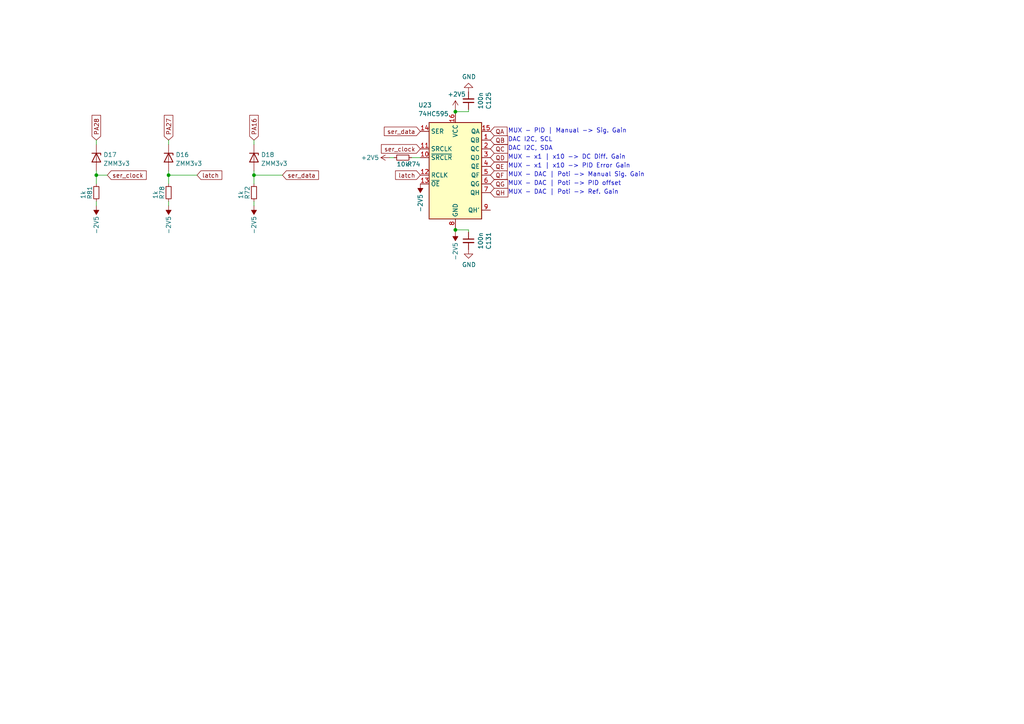
<source format=kicad_sch>
(kicad_sch (version 20211123) (generator eeschema)

  (uuid 084ea1a5-79b3-4eeb-b6b8-ebf85b951802)

  (paper "A4")

  (lib_symbols
    (symbol "74xx:74HC595" (in_bom yes) (on_board yes)
      (property "Reference" "U" (id 0) (at -7.62 13.97 0)
        (effects (font (size 1.27 1.27)))
      )
      (property "Value" "74HC595" (id 1) (at -7.62 -16.51 0)
        (effects (font (size 1.27 1.27)))
      )
      (property "Footprint" "" (id 2) (at 0 0 0)
        (effects (font (size 1.27 1.27)) hide)
      )
      (property "Datasheet" "http://www.ti.com/lit/ds/symlink/sn74hc595.pdf" (id 3) (at 0 0 0)
        (effects (font (size 1.27 1.27)) hide)
      )
      (property "ki_keywords" "HCMOS SR 3State" (id 4) (at 0 0 0)
        (effects (font (size 1.27 1.27)) hide)
      )
      (property "ki_description" "8-bit serial in/out Shift Register 3-State Outputs" (id 5) (at 0 0 0)
        (effects (font (size 1.27 1.27)) hide)
      )
      (property "ki_fp_filters" "DIP*W7.62mm* SOIC*3.9x9.9mm*P1.27mm* TSSOP*4.4x5mm*P0.65mm* SOIC*5.3x10.2mm*P1.27mm* SOIC*7.5x10.3mm*P1.27mm*" (id 6) (at 0 0 0)
        (effects (font (size 1.27 1.27)) hide)
      )
      (symbol "74HC595_1_0"
        (pin tri_state line (at 10.16 7.62 180) (length 2.54)
          (name "QB" (effects (font (size 1.27 1.27))))
          (number "1" (effects (font (size 1.27 1.27))))
        )
        (pin input line (at -10.16 2.54 0) (length 2.54)
          (name "~{SRCLR}" (effects (font (size 1.27 1.27))))
          (number "10" (effects (font (size 1.27 1.27))))
        )
        (pin input line (at -10.16 5.08 0) (length 2.54)
          (name "SRCLK" (effects (font (size 1.27 1.27))))
          (number "11" (effects (font (size 1.27 1.27))))
        )
        (pin input line (at -10.16 -2.54 0) (length 2.54)
          (name "RCLK" (effects (font (size 1.27 1.27))))
          (number "12" (effects (font (size 1.27 1.27))))
        )
        (pin input line (at -10.16 -5.08 0) (length 2.54)
          (name "~{OE}" (effects (font (size 1.27 1.27))))
          (number "13" (effects (font (size 1.27 1.27))))
        )
        (pin input line (at -10.16 10.16 0) (length 2.54)
          (name "SER" (effects (font (size 1.27 1.27))))
          (number "14" (effects (font (size 1.27 1.27))))
        )
        (pin tri_state line (at 10.16 10.16 180) (length 2.54)
          (name "QA" (effects (font (size 1.27 1.27))))
          (number "15" (effects (font (size 1.27 1.27))))
        )
        (pin power_in line (at 0 15.24 270) (length 2.54)
          (name "VCC" (effects (font (size 1.27 1.27))))
          (number "16" (effects (font (size 1.27 1.27))))
        )
        (pin tri_state line (at 10.16 5.08 180) (length 2.54)
          (name "QC" (effects (font (size 1.27 1.27))))
          (number "2" (effects (font (size 1.27 1.27))))
        )
        (pin tri_state line (at 10.16 2.54 180) (length 2.54)
          (name "QD" (effects (font (size 1.27 1.27))))
          (number "3" (effects (font (size 1.27 1.27))))
        )
        (pin tri_state line (at 10.16 0 180) (length 2.54)
          (name "QE" (effects (font (size 1.27 1.27))))
          (number "4" (effects (font (size 1.27 1.27))))
        )
        (pin tri_state line (at 10.16 -2.54 180) (length 2.54)
          (name "QF" (effects (font (size 1.27 1.27))))
          (number "5" (effects (font (size 1.27 1.27))))
        )
        (pin tri_state line (at 10.16 -5.08 180) (length 2.54)
          (name "QG" (effects (font (size 1.27 1.27))))
          (number "6" (effects (font (size 1.27 1.27))))
        )
        (pin tri_state line (at 10.16 -7.62 180) (length 2.54)
          (name "QH" (effects (font (size 1.27 1.27))))
          (number "7" (effects (font (size 1.27 1.27))))
        )
        (pin power_in line (at 0 -17.78 90) (length 2.54)
          (name "GND" (effects (font (size 1.27 1.27))))
          (number "8" (effects (font (size 1.27 1.27))))
        )
        (pin output line (at 10.16 -12.7 180) (length 2.54)
          (name "QH'" (effects (font (size 1.27 1.27))))
          (number "9" (effects (font (size 1.27 1.27))))
        )
      )
      (symbol "74HC595_1_1"
        (rectangle (start -7.62 12.7) (end 7.62 -15.24)
          (stroke (width 0.254) (type default) (color 0 0 0 0))
          (fill (type background))
        )
      )
    )
    (symbol "Device:C_Small" (pin_numbers hide) (pin_names (offset 0.254) hide) (in_bom yes) (on_board yes)
      (property "Reference" "C" (id 0) (at 0.254 1.778 0)
        (effects (font (size 1.27 1.27)) (justify left))
      )
      (property "Value" "C_Small" (id 1) (at 0.254 -2.032 0)
        (effects (font (size 1.27 1.27)) (justify left))
      )
      (property "Footprint" "" (id 2) (at 0 0 0)
        (effects (font (size 1.27 1.27)) hide)
      )
      (property "Datasheet" "~" (id 3) (at 0 0 0)
        (effects (font (size 1.27 1.27)) hide)
      )
      (property "ki_keywords" "capacitor cap" (id 4) (at 0 0 0)
        (effects (font (size 1.27 1.27)) hide)
      )
      (property "ki_description" "Unpolarized capacitor, small symbol" (id 5) (at 0 0 0)
        (effects (font (size 1.27 1.27)) hide)
      )
      (property "ki_fp_filters" "C_*" (id 6) (at 0 0 0)
        (effects (font (size 1.27 1.27)) hide)
      )
      (symbol "C_Small_0_1"
        (polyline
          (pts
            (xy -1.524 -0.508)
            (xy 1.524 -0.508)
          )
          (stroke (width 0.3302) (type default) (color 0 0 0 0))
          (fill (type none))
        )
        (polyline
          (pts
            (xy -1.524 0.508)
            (xy 1.524 0.508)
          )
          (stroke (width 0.3048) (type default) (color 0 0 0 0))
          (fill (type none))
        )
      )
      (symbol "C_Small_1_1"
        (pin passive line (at 0 2.54 270) (length 2.032)
          (name "~" (effects (font (size 1.27 1.27))))
          (number "1" (effects (font (size 1.27 1.27))))
        )
        (pin passive line (at 0 -2.54 90) (length 2.032)
          (name "~" (effects (font (size 1.27 1.27))))
          (number "2" (effects (font (size 1.27 1.27))))
        )
      )
    )
    (symbol "Device:R_Small" (pin_numbers hide) (pin_names (offset 0.254) hide) (in_bom yes) (on_board yes)
      (property "Reference" "R" (id 0) (at 0.762 0.508 0)
        (effects (font (size 1.27 1.27)) (justify left))
      )
      (property "Value" "R_Small" (id 1) (at 0.762 -1.016 0)
        (effects (font (size 1.27 1.27)) (justify left))
      )
      (property "Footprint" "" (id 2) (at 0 0 0)
        (effects (font (size 1.27 1.27)) hide)
      )
      (property "Datasheet" "~" (id 3) (at 0 0 0)
        (effects (font (size 1.27 1.27)) hide)
      )
      (property "ki_keywords" "R resistor" (id 4) (at 0 0 0)
        (effects (font (size 1.27 1.27)) hide)
      )
      (property "ki_description" "Resistor, small symbol" (id 5) (at 0 0 0)
        (effects (font (size 1.27 1.27)) hide)
      )
      (property "ki_fp_filters" "R_*" (id 6) (at 0 0 0)
        (effects (font (size 1.27 1.27)) hide)
      )
      (symbol "R_Small_0_1"
        (rectangle (start -0.762 1.778) (end 0.762 -1.778)
          (stroke (width 0.2032) (type default) (color 0 0 0 0))
          (fill (type none))
        )
      )
      (symbol "R_Small_1_1"
        (pin passive line (at 0 2.54 270) (length 0.762)
          (name "~" (effects (font (size 1.27 1.27))))
          (number "1" (effects (font (size 1.27 1.27))))
        )
        (pin passive line (at 0 -2.54 90) (length 0.762)
          (name "~" (effects (font (size 1.27 1.27))))
          (number "2" (effects (font (size 1.27 1.27))))
        )
      )
    )
    (symbol "Diode:ZMMxx" (pin_numbers hide) (pin_names hide) (in_bom yes) (on_board yes)
      (property "Reference" "D" (id 0) (at 0 2.54 0)
        (effects (font (size 1.27 1.27)))
      )
      (property "Value" "ZMMxx" (id 1) (at 0 -2.54 0)
        (effects (font (size 1.27 1.27)))
      )
      (property "Footprint" "Diode_SMD:D_MiniMELF" (id 2) (at 0 -4.445 0)
        (effects (font (size 1.27 1.27)) hide)
      )
      (property "Datasheet" "https://diotec.com/tl_files/diotec/files/pdf/datasheets/zmm1.pdf" (id 3) (at 0 0 0)
        (effects (font (size 1.27 1.27)) hide)
      )
      (property "ki_keywords" "zener diode" (id 4) (at 0 0 0)
        (effects (font (size 1.27 1.27)) hide)
      )
      (property "ki_description" "500mW Zener Diode, MiniMELF" (id 5) (at 0 0 0)
        (effects (font (size 1.27 1.27)) hide)
      )
      (property "ki_fp_filters" "D*MiniMELF*" (id 6) (at 0 0 0)
        (effects (font (size 1.27 1.27)) hide)
      )
      (symbol "ZMMxx_0_1"
        (polyline
          (pts
            (xy 1.27 0)
            (xy -1.27 0)
          )
          (stroke (width 0) (type default) (color 0 0 0 0))
          (fill (type none))
        )
        (polyline
          (pts
            (xy -1.27 -1.27)
            (xy -1.27 1.27)
            (xy -0.762 1.27)
          )
          (stroke (width 0.254) (type default) (color 0 0 0 0))
          (fill (type none))
        )
        (polyline
          (pts
            (xy 1.27 -1.27)
            (xy 1.27 1.27)
            (xy -1.27 0)
            (xy 1.27 -1.27)
          )
          (stroke (width 0.254) (type default) (color 0 0 0 0))
          (fill (type none))
        )
      )
      (symbol "ZMMxx_1_1"
        (pin passive line (at -3.81 0 0) (length 2.54)
          (name "K" (effects (font (size 1.27 1.27))))
          (number "1" (effects (font (size 1.27 1.27))))
        )
        (pin passive line (at 3.81 0 180) (length 2.54)
          (name "A" (effects (font (size 1.27 1.27))))
          (number "2" (effects (font (size 1.27 1.27))))
        )
      )
    )
    (symbol "power:+2V5" (power) (pin_names (offset 0)) (in_bom yes) (on_board yes)
      (property "Reference" "#PWR" (id 0) (at 0 -3.81 0)
        (effects (font (size 1.27 1.27)) hide)
      )
      (property "Value" "+2V5" (id 1) (at 0 3.556 0)
        (effects (font (size 1.27 1.27)))
      )
      (property "Footprint" "" (id 2) (at 0 0 0)
        (effects (font (size 1.27 1.27)) hide)
      )
      (property "Datasheet" "" (id 3) (at 0 0 0)
        (effects (font (size 1.27 1.27)) hide)
      )
      (property "ki_keywords" "power-flag" (id 4) (at 0 0 0)
        (effects (font (size 1.27 1.27)) hide)
      )
      (property "ki_description" "Power symbol creates a global label with name \"+2V5\"" (id 5) (at 0 0 0)
        (effects (font (size 1.27 1.27)) hide)
      )
      (symbol "+2V5_0_1"
        (polyline
          (pts
            (xy -0.762 1.27)
            (xy 0 2.54)
          )
          (stroke (width 0) (type default) (color 0 0 0 0))
          (fill (type none))
        )
        (polyline
          (pts
            (xy 0 0)
            (xy 0 2.54)
          )
          (stroke (width 0) (type default) (color 0 0 0 0))
          (fill (type none))
        )
        (polyline
          (pts
            (xy 0 2.54)
            (xy 0.762 1.27)
          )
          (stroke (width 0) (type default) (color 0 0 0 0))
          (fill (type none))
        )
      )
      (symbol "+2V5_1_1"
        (pin power_in line (at 0 0 90) (length 0) hide
          (name "+2V5" (effects (font (size 1.27 1.27))))
          (number "1" (effects (font (size 1.27 1.27))))
        )
      )
    )
    (symbol "power:-2V5" (power) (pin_names (offset 0)) (in_bom yes) (on_board yes)
      (property "Reference" "#PWR" (id 0) (at 0 2.54 0)
        (effects (font (size 1.27 1.27)) hide)
      )
      (property "Value" "-2V5" (id 1) (at 0 3.81 0)
        (effects (font (size 1.27 1.27)))
      )
      (property "Footprint" "" (id 2) (at 0 0 0)
        (effects (font (size 1.27 1.27)) hide)
      )
      (property "Datasheet" "" (id 3) (at 0 0 0)
        (effects (font (size 1.27 1.27)) hide)
      )
      (property "ki_keywords" "power-flag" (id 4) (at 0 0 0)
        (effects (font (size 1.27 1.27)) hide)
      )
      (property "ki_description" "Power symbol creates a global label with name \"-2V5\"" (id 5) (at 0 0 0)
        (effects (font (size 1.27 1.27)) hide)
      )
      (symbol "-2V5_0_0"
        (pin power_in line (at 0 0 90) (length 0) hide
          (name "-2V5" (effects (font (size 1.27 1.27))))
          (number "1" (effects (font (size 1.27 1.27))))
        )
      )
      (symbol "-2V5_0_1"
        (polyline
          (pts
            (xy 0 0)
            (xy 0 1.27)
            (xy 0.762 1.27)
            (xy 0 2.54)
            (xy -0.762 1.27)
            (xy 0 1.27)
          )
          (stroke (width 0) (type default) (color 0 0 0 0))
          (fill (type outline))
        )
      )
    )
    (symbol "power:GND" (power) (pin_names (offset 0)) (in_bom yes) (on_board yes)
      (property "Reference" "#PWR" (id 0) (at 0 -6.35 0)
        (effects (font (size 1.27 1.27)) hide)
      )
      (property "Value" "GND" (id 1) (at 0 -3.81 0)
        (effects (font (size 1.27 1.27)))
      )
      (property "Footprint" "" (id 2) (at 0 0 0)
        (effects (font (size 1.27 1.27)) hide)
      )
      (property "Datasheet" "" (id 3) (at 0 0 0)
        (effects (font (size 1.27 1.27)) hide)
      )
      (property "ki_keywords" "power-flag" (id 4) (at 0 0 0)
        (effects (font (size 1.27 1.27)) hide)
      )
      (property "ki_description" "Power symbol creates a global label with name \"GND\" , ground" (id 5) (at 0 0 0)
        (effects (font (size 1.27 1.27)) hide)
      )
      (symbol "GND_0_1"
        (polyline
          (pts
            (xy 0 0)
            (xy 0 -1.27)
            (xy 1.27 -1.27)
            (xy 0 -2.54)
            (xy -1.27 -1.27)
            (xy 0 -1.27)
          )
          (stroke (width 0) (type default) (color 0 0 0 0))
          (fill (type none))
        )
      )
      (symbol "GND_1_1"
        (pin power_in line (at 0 0 270) (length 0) hide
          (name "GND" (effects (font (size 1.27 1.27))))
          (number "1" (effects (font (size 1.27 1.27))))
        )
      )
    )
  )

  (junction (at 48.895 50.8) (diameter 0) (color 0 0 0 0)
    (uuid 5a4a3e92-7496-4abd-81ee-5da5f44d75a9)
  )
  (junction (at 132.08 32.385) (diameter 0) (color 0 0 0 0)
    (uuid 7fc4935a-d5fc-4f2d-a159-07d387cedf89)
  )
  (junction (at 73.66 50.8) (diameter 0) (color 0 0 0 0)
    (uuid 9c9e2624-e2a2-4a4a-af1a-fb4eb2bc16c2)
  )
  (junction (at 132.08 66.675) (diameter 0) (color 0 0 0 0)
    (uuid a3d18cbd-159a-4c04-855a-cc7e4ef4de89)
  )
  (junction (at 27.94 50.8) (diameter 0) (color 0 0 0 0)
    (uuid b7d292c3-af66-4df9-9a9a-08c4441e9f3c)
  )

  (wire (pts (xy 135.89 31.75) (xy 135.89 32.385))
    (stroke (width 0) (type default) (color 0 0 0 0))
    (uuid 00356029-58de-4543-9c49-22af4b0110e9)
  )
  (wire (pts (xy 132.08 32.385) (xy 132.08 33.02))
    (stroke (width 0) (type default) (color 0 0 0 0))
    (uuid 02e389aa-4d91-4a39-ba86-64ff56a7016e)
  )
  (wire (pts (xy 48.895 49.53) (xy 48.895 50.8))
    (stroke (width 0) (type default) (color 0 0 0 0))
    (uuid 24f0d4bc-b54b-4505-a264-8b70bd6b2bd8)
  )
  (wire (pts (xy 73.66 58.42) (xy 73.66 59.69))
    (stroke (width 0) (type default) (color 0 0 0 0))
    (uuid 3176f98b-ea55-4ffd-926b-045f39c262ed)
  )
  (wire (pts (xy 132.08 66.675) (xy 135.89 66.675))
    (stroke (width 0) (type default) (color 0 0 0 0))
    (uuid 38015029-1496-4391-a947-310871cae849)
  )
  (wire (pts (xy 132.08 66.04) (xy 132.08 66.675))
    (stroke (width 0) (type default) (color 0 0 0 0))
    (uuid 435b0a91-1fbd-42dc-a2e7-51eb189da86e)
  )
  (wire (pts (xy 132.08 31.75) (xy 132.08 32.385))
    (stroke (width 0) (type default) (color 0 0 0 0))
    (uuid 437e222c-b5f7-4f75-9379-17725766cc4e)
  )
  (wire (pts (xy 73.66 40.64) (xy 73.66 41.91))
    (stroke (width 0) (type default) (color 0 0 0 0))
    (uuid 479cc52e-091f-4863-aaa8-87232a037479)
  )
  (wire (pts (xy 48.895 58.42) (xy 48.895 59.69))
    (stroke (width 0) (type default) (color 0 0 0 0))
    (uuid 518b829a-4cfe-4012-9486-574b6c336f49)
  )
  (wire (pts (xy 48.895 50.8) (xy 57.15 50.8))
    (stroke (width 0) (type default) (color 0 0 0 0))
    (uuid 56fabfe1-fde6-4f0b-b178-5cb81593d27a)
  )
  (wire (pts (xy 73.66 50.8) (xy 73.66 53.34))
    (stroke (width 0) (type default) (color 0 0 0 0))
    (uuid 6787391a-9605-4ff6-9b9f-1780e1e409e8)
  )
  (wire (pts (xy 113.03 45.72) (xy 114.3 45.72))
    (stroke (width 0) (type default) (color 0 0 0 0))
    (uuid 67d67f56-57bb-4903-8f95-88a627342fb0)
  )
  (wire (pts (xy 27.94 50.8) (xy 27.94 53.34))
    (stroke (width 0) (type default) (color 0 0 0 0))
    (uuid 7323d059-736c-4ade-9f0a-9b271ee16888)
  )
  (wire (pts (xy 132.08 66.675) (xy 132.08 67.31))
    (stroke (width 0) (type default) (color 0 0 0 0))
    (uuid 74645f88-3f71-4450-ade7-7ada6dbab210)
  )
  (wire (pts (xy 135.89 67.31) (xy 135.89 66.675))
    (stroke (width 0) (type default) (color 0 0 0 0))
    (uuid 7a4aaf33-9c45-4523-820a-2efea5878744)
  )
  (wire (pts (xy 27.94 49.53) (xy 27.94 50.8))
    (stroke (width 0) (type default) (color 0 0 0 0))
    (uuid 7fc1e148-8d8b-4897-a394-88929d552c19)
  )
  (wire (pts (xy 73.66 50.8) (xy 81.915 50.8))
    (stroke (width 0) (type default) (color 0 0 0 0))
    (uuid 85e49388-e9ee-429a-9e88-0c6b9eea40e9)
  )
  (wire (pts (xy 119.38 45.72) (xy 121.92 45.72))
    (stroke (width 0) (type default) (color 0 0 0 0))
    (uuid 8617f16e-68f8-46fe-ac62-669c72606318)
  )
  (wire (pts (xy 27.94 50.8) (xy 31.115 50.8))
    (stroke (width 0) (type default) (color 0 0 0 0))
    (uuid 8db1117e-12c4-4f0c-ba13-70ccadefbfa6)
  )
  (wire (pts (xy 27.94 58.42) (xy 27.94 59.69))
    (stroke (width 0) (type default) (color 0 0 0 0))
    (uuid aea427b7-7806-4a5c-aafc-590750b1e512)
  )
  (wire (pts (xy 48.895 40.64) (xy 48.895 41.91))
    (stroke (width 0) (type default) (color 0 0 0 0))
    (uuid d011832a-bf28-4709-bbb2-88a4344da13f)
  )
  (wire (pts (xy 73.66 49.53) (xy 73.66 50.8))
    (stroke (width 0) (type default) (color 0 0 0 0))
    (uuid d246af45-48aa-42d1-aca4-df416b22052b)
  )
  (wire (pts (xy 48.895 50.8) (xy 48.895 53.34))
    (stroke (width 0) (type default) (color 0 0 0 0))
    (uuid da0a0d2e-6350-4f82-862b-6eca6e4c1986)
  )
  (wire (pts (xy 27.94 40.64) (xy 27.94 41.91))
    (stroke (width 0) (type default) (color 0 0 0 0))
    (uuid eea77fd4-6f1c-4810-9ca9-bfd59c952dea)
  )
  (wire (pts (xy 132.08 32.385) (xy 135.89 32.385))
    (stroke (width 0) (type default) (color 0 0 0 0))
    (uuid f533a94b-e965-4116-b3ec-d70371d09ee7)
  )

  (text "MUX - DAC | Poti -> Ref. Gain" (at 147.32 56.515 0)
    (effects (font (size 1.27 1.27)) (justify left bottom))
    (uuid 053aab49-5ca2-49fa-b2ae-4480278988a4)
  )
  (text "MUX - x1 | x10 -> DC Diff. Gain" (at 147.32 46.355 0)
    (effects (font (size 1.27 1.27)) (justify left bottom))
    (uuid 0e6bff31-a39b-4381-b864-f0920a023ec0)
  )
  (text "MUX - PID | Manual -> Sig. Gain" (at 147.32 38.735 0)
    (effects (font (size 1.27 1.27)) (justify left bottom))
    (uuid 4734b69d-fca6-47bb-9cee-3dab59c00fdf)
  )
  (text "MUX - DAC | Poti -> PID offset" (at 147.32 53.975 0)
    (effects (font (size 1.27 1.27)) (justify left bottom))
    (uuid 4cc865a8-cae3-4a1b-bd62-daa587119b71)
  )
  (text "MUX - x1 | x10 -> PID Error Gain\n" (at 147.32 48.895 0)
    (effects (font (size 1.27 1.27)) (justify left bottom))
    (uuid 73609106-d7d4-445a-b92a-4fa1508b0f87)
  )
  (text "DAC I2C, SCL" (at 147.32 41.275 0)
    (effects (font (size 1.27 1.27)) (justify left bottom))
    (uuid cf179de8-bf90-401b-9e1d-1729c199e3bb)
  )
  (text "DAC I2C, SDA" (at 147.32 43.815 0)
    (effects (font (size 1.27 1.27)) (justify left bottom))
    (uuid d171a9e7-9e0c-4286-9696-a8c3de32a094)
  )
  (text "MUX - DAC | Poti -> Manual Sig. Gain" (at 147.32 51.435 0)
    (effects (font (size 1.27 1.27)) (justify left bottom))
    (uuid e5fa58d0-188b-4a3b-aeb4-73f4739e36c0)
  )

  (global_label "QA" (shape input) (at 142.24 38.1 0) (fields_autoplaced)
    (effects (font (size 1.27 1.27)) (justify left))
    (uuid 07e449cc-8f01-4586-af96-38794c4c08f1)
    (property "Intersheet References" "${INTERSHEET_REFS}" (id 0) (at 146.9832 38.0206 0)
      (effects (font (size 1.27 1.27)) (justify left) hide)
    )
  )
  (global_label "QC" (shape input) (at 142.24 43.18 0) (fields_autoplaced)
    (effects (font (size 1.27 1.27)) (justify left))
    (uuid 18b0be47-3395-4078-aec5-62cac26de367)
    (property "Intersheet References" "${INTERSHEET_REFS}" (id 0) (at 147.1647 43.1006 0)
      (effects (font (size 1.27 1.27)) (justify left) hide)
    )
  )
  (global_label "PA16" (shape input) (at 73.66 40.64 90) (fields_autoplaced)
    (effects (font (size 1.27 1.27)) (justify left))
    (uuid 2ec2ddbb-2c26-4d88-afa6-c225c4dd515f)
    (property "Intersheet References" "${INTERSHEET_REFS}" (id 0) (at 73.5806 33.5382 90)
      (effects (font (size 1.27 1.27)) (justify left) hide)
    )
  )
  (global_label "ser_data" (shape input) (at 121.92 38.1 180) (fields_autoplaced)
    (effects (font (size 1.27 1.27)) (justify right))
    (uuid 3071f783-53d1-4979-bc92-5efc621d8794)
    (property "Intersheet References" "${INTERSHEET_REFS}" (id 0) (at 111.5525 38.1794 0)
      (effects (font (size 1.27 1.27)) (justify right) hide)
    )
  )
  (global_label "PA27" (shape input) (at 48.895 40.64 90) (fields_autoplaced)
    (effects (font (size 1.27 1.27)) (justify left))
    (uuid 38b8e1ea-4018-492b-ba9b-2d568ba9ff87)
    (property "Intersheet References" "${INTERSHEET_REFS}" (id 0) (at 48.8156 33.5382 90)
      (effects (font (size 1.27 1.27)) (justify left) hide)
    )
  )
  (global_label "ser_data" (shape input) (at 81.915 50.8 0) (fields_autoplaced)
    (effects (font (size 1.27 1.27)) (justify left))
    (uuid 392d5951-7879-45ae-9954-4fc14946d0e1)
    (property "Intersheet References" "${INTERSHEET_REFS}" (id 0) (at 92.2825 50.7206 0)
      (effects (font (size 1.27 1.27)) (justify left) hide)
    )
  )
  (global_label "ser_clock" (shape input) (at 121.92 43.18 180) (fields_autoplaced)
    (effects (font (size 1.27 1.27)) (justify right))
    (uuid 71b9925e-8fbc-4c26-9039-a7b393d08bbf)
    (property "Intersheet References" "${INTERSHEET_REFS}" (id 0) (at 110.7058 43.1006 0)
      (effects (font (size 1.27 1.27)) (justify right) hide)
    )
  )
  (global_label "QG" (shape input) (at 142.24 53.34 0) (fields_autoplaced)
    (effects (font (size 1.27 1.27)) (justify left))
    (uuid 7badc59b-297c-4180-b5c3-11944ca24978)
    (property "Intersheet References" "${INTERSHEET_REFS}" (id 0) (at 147.1647 53.2606 0)
      (effects (font (size 1.27 1.27)) (justify left) hide)
    )
  )
  (global_label "latch" (shape input) (at 57.15 50.8 0) (fields_autoplaced)
    (effects (font (size 1.27 1.27)) (justify left))
    (uuid 8fc031f9-5ca7-4b04-87f0-d0d6ab8f3715)
    (property "Intersheet References" "${INTERSHEET_REFS}" (id 0) (at 64.2518 50.7206 0)
      (effects (font (size 1.27 1.27)) (justify left) hide)
    )
  )
  (global_label "QF" (shape input) (at 142.24 50.8 0) (fields_autoplaced)
    (effects (font (size 1.27 1.27)) (justify left))
    (uuid 91100738-70d5-4ea8-8a49-cc0756537aa4)
    (property "Intersheet References" "${INTERSHEET_REFS}" (id 0) (at 146.9832 50.7206 0)
      (effects (font (size 1.27 1.27)) (justify left) hide)
    )
  )
  (global_label "ser_clock" (shape input) (at 31.115 50.8 0) (fields_autoplaced)
    (effects (font (size 1.27 1.27)) (justify left))
    (uuid 9fc6bc43-8125-4cbb-9a85-33d8e87fe651)
    (property "Intersheet References" "${INTERSHEET_REFS}" (id 0) (at 42.3292 50.8794 0)
      (effects (font (size 1.27 1.27)) (justify left) hide)
    )
  )
  (global_label "PA28" (shape input) (at 27.94 40.64 90) (fields_autoplaced)
    (effects (font (size 1.27 1.27)) (justify left))
    (uuid a6849edd-82c8-46dc-bb03-71141c57ea10)
    (property "Intersheet References" "${INTERSHEET_REFS}" (id 0) (at 27.8606 33.5382 90)
      (effects (font (size 1.27 1.27)) (justify left) hide)
    )
  )
  (global_label "latch" (shape input) (at 121.92 50.8 180) (fields_autoplaced)
    (effects (font (size 1.27 1.27)) (justify right))
    (uuid b8b7b0a4-94fc-437b-af0f-533a663e1548)
    (property "Intersheet References" "${INTERSHEET_REFS}" (id 0) (at 114.8182 50.7206 0)
      (effects (font (size 1.27 1.27)) (justify right) hide)
    )
  )
  (global_label "QE" (shape input) (at 142.24 48.26 0) (fields_autoplaced)
    (effects (font (size 1.27 1.27)) (justify left))
    (uuid cfb14ca7-ad9e-4dcd-a576-bb866a2d52b1)
    (property "Intersheet References" "${INTERSHEET_REFS}" (id 0) (at 147.0437 48.1806 0)
      (effects (font (size 1.27 1.27)) (justify left) hide)
    )
  )
  (global_label "QB" (shape input) (at 142.24 40.64 0) (fields_autoplaced)
    (effects (font (size 1.27 1.27)) (justify left))
    (uuid d249b429-4163-4868-a0b0-6dc88b71edd1)
    (property "Intersheet References" "${INTERSHEET_REFS}" (id 0) (at 147.1647 40.5606 0)
      (effects (font (size 1.27 1.27)) (justify left) hide)
    )
  )
  (global_label "QD" (shape input) (at 142.24 45.72 0) (fields_autoplaced)
    (effects (font (size 1.27 1.27)) (justify left))
    (uuid da38bfa6-be54-409d-a8db-a4f7f1c7dbf7)
    (property "Intersheet References" "${INTERSHEET_REFS}" (id 0) (at 147.1647 45.6406 0)
      (effects (font (size 1.27 1.27)) (justify left) hide)
    )
  )
  (global_label "QH" (shape input) (at 142.24 55.88 0) (fields_autoplaced)
    (effects (font (size 1.27 1.27)) (justify left))
    (uuid f2ffab7d-a530-4127-8227-32c96450335b)
    (property "Intersheet References" "${INTERSHEET_REFS}" (id 0) (at 147.2252 55.8006 0)
      (effects (font (size 1.27 1.27)) (justify left) hide)
    )
  )

  (symbol (lib_id "Device:R_Small") (at 116.84 45.72 270) (unit 1)
    (in_bom yes) (on_board yes)
    (uuid 0cf698c1-5d7f-4814-9189-d05039de0a19)
    (property "Reference" "R74" (id 0) (at 120.015 47.625 90))
    (property "Value" "10k" (id 1) (at 116.84 47.625 90))
    (property "Footprint" "Resistor_SMD:R_0402_1005Metric" (id 2) (at 116.84 45.72 0)
      (effects (font (size 1.27 1.27)) hide)
    )
    (property "Datasheet" "~" (id 3) (at 116.84 45.72 0)
      (effects (font (size 1.27 1.27)) hide)
    )
    (property "LCSC" "C25744" (id 4) (at 116.84 45.72 90)
      (effects (font (size 1.27 1.27)) hide)
    )
    (pin "1" (uuid e36a63fb-30e6-4028-82b9-87e69a29373b))
    (pin "2" (uuid c50a3e61-620f-4363-b6f9-9c96656bf5d8))
  )

  (symbol (lib_id "Device:R_Small") (at 48.895 55.88 180) (unit 1)
    (in_bom yes) (on_board yes)
    (uuid 42db4daa-d705-4dc1-95d6-efee0d49d451)
    (property "Reference" "R78" (id 0) (at 46.99 55.88 90))
    (property "Value" "1k" (id 1) (at 45.085 56.515 90))
    (property "Footprint" "Resistor_SMD:R_0402_1005Metric" (id 2) (at 48.895 55.88 0)
      (effects (font (size 1.27 1.27)) hide)
    )
    (property "Datasheet" "~" (id 3) (at 48.895 55.88 0)
      (effects (font (size 1.27 1.27)) hide)
    )
    (property "LCSC" "C11702" (id 4) (at 48.895 55.88 0)
      (effects (font (size 1.27 1.27)) hide)
    )
    (pin "1" (uuid 1d57aa15-4150-41bc-8b1c-54257e12f6fe))
    (pin "2" (uuid 17024b9b-355d-46da-b83e-8fffb9a70304))
  )

  (symbol (lib_id "Diode:ZMMxx") (at 73.66 45.72 270) (unit 1)
    (in_bom yes) (on_board yes) (fields_autoplaced)
    (uuid 5067a2dc-1ec1-466e-8761-e2d6bc68f374)
    (property "Reference" "D18" (id 0) (at 75.692 44.8853 90)
      (effects (font (size 1.27 1.27)) (justify left))
    )
    (property "Value" "ZMM3v3" (id 1) (at 75.692 47.4222 90)
      (effects (font (size 1.27 1.27)) (justify left))
    )
    (property "Footprint" "Diode_SMD:D_MiniMELF" (id 2) (at 69.215 45.72 0)
      (effects (font (size 1.27 1.27)) hide)
    )
    (property "Datasheet" "https://diotec.com/tl_files/diotec/files/pdf/datasheets/zmm1.pdf" (id 3) (at 73.66 45.72 0)
      (effects (font (size 1.27 1.27)) hide)
    )
    (property "LCSC" "C8056" (id 4) (at 73.66 45.72 90)
      (effects (font (size 1.27 1.27)) hide)
    )
    (pin "1" (uuid cb9a16a3-b237-4414-8394-1bdd88e73f57))
    (pin "2" (uuid 20515e2c-cb2e-43d4-a97d-a6aa052c96cc))
  )

  (symbol (lib_id "power:+2V5") (at 113.03 45.72 90) (unit 1)
    (in_bom yes) (on_board yes)
    (uuid 507d6523-5997-41d5-9d94-5d458ce40f8a)
    (property "Reference" "#PWR0161" (id 0) (at 116.84 45.72 0)
      (effects (font (size 1.27 1.27)) hide)
    )
    (property "Value" "+2V5" (id 1) (at 107.315 45.72 90))
    (property "Footprint" "" (id 2) (at 113.03 45.72 0)
      (effects (font (size 1.27 1.27)) hide)
    )
    (property "Datasheet" "" (id 3) (at 113.03 45.72 0)
      (effects (font (size 1.27 1.27)) hide)
    )
    (pin "1" (uuid 5a5df394-36ba-4a3c-a666-d8b9a97e6eb9))
  )

  (symbol (lib_id "74xx:74HC595") (at 132.08 48.26 0) (unit 1)
    (in_bom yes) (on_board yes)
    (uuid 56ec0ac5-cd74-4655-81c6-ee30a1d7991a)
    (property "Reference" "U23" (id 0) (at 121.285 30.48 0)
      (effects (font (size 1.27 1.27)) (justify left))
    )
    (property "Value" "74HC595" (id 1) (at 121.285 33.02 0)
      (effects (font (size 1.27 1.27)) (justify left))
    )
    (property "Footprint" "Package_SO:SOIC-16_3.9x9.9mm_P1.27mm" (id 2) (at 132.08 48.26 0)
      (effects (font (size 1.27 1.27)) hide)
    )
    (property "Datasheet" "http://www.ti.com/lit/ds/symlink/sn74hc595.pdf" (id 3) (at 132.08 48.26 0)
      (effects (font (size 1.27 1.27)) hide)
    )
    (property "LCSC" "C5947" (id 4) (at 132.08 48.26 0)
      (effects (font (size 1.27 1.27)) hide)
    )
    (pin "1" (uuid 898c7fa6-77a4-42d3-a1f4-97554a9ff982))
    (pin "10" (uuid 7dbac1b6-634d-4bb7-b486-5e1e67823e6d))
    (pin "11" (uuid 0b980494-a7d5-49ee-8934-4b6f9ffc49c4))
    (pin "12" (uuid d3ccdb31-6a4b-4aad-91eb-a93627a812d5))
    (pin "13" (uuid 507a70ee-2b48-4ba1-98a4-62dab842713f))
    (pin "14" (uuid 2e284e66-8384-4e64-899a-7d58fece644e))
    (pin "15" (uuid 597dba5e-3435-49aa-ae08-a9d01ad23777))
    (pin "16" (uuid ccb7bc36-349d-445f-9a41-3b2fa6c32fee))
    (pin "2" (uuid 08c2fbf2-9fd5-4f05-9519-7f851e910f3a))
    (pin "3" (uuid b2d51eba-df8b-4e77-bd5b-5dfddc1d613b))
    (pin "4" (uuid abc7324d-0e4f-4339-a17c-44ff30ccc310))
    (pin "5" (uuid ab1c3cd1-4b14-46ae-abae-2a869853cd74))
    (pin "6" (uuid 9f57cd53-4254-4943-87a3-79cd4b9e3187))
    (pin "7" (uuid eee6fa1f-7975-4d60-8df0-58380779d950))
    (pin "8" (uuid c1044fc5-349d-43bd-bebb-3494b152d8b6))
    (pin "9" (uuid e04034a1-2606-4b28-9ba7-ded6d8cd1bde))
  )

  (symbol (lib_id "power:-2V5") (at 27.94 59.69 180) (unit 1)
    (in_bom yes) (on_board yes)
    (uuid 5e3ce0f6-6d42-4330-a6c7-c397e950aaf0)
    (property "Reference" "#PWR0109" (id 0) (at 27.94 62.23 0)
      (effects (font (size 1.27 1.27)) hide)
    )
    (property "Value" "-2V5" (id 1) (at 27.94 67.945 90)
      (effects (font (size 1.27 1.27)) (justify right))
    )
    (property "Footprint" "" (id 2) (at 27.94 59.69 0)
      (effects (font (size 1.27 1.27)) hide)
    )
    (property "Datasheet" "" (id 3) (at 27.94 59.69 0)
      (effects (font (size 1.27 1.27)) hide)
    )
    (pin "1" (uuid dbc353f9-bc67-434e-aa21-8928bd17e799))
  )

  (symbol (lib_id "Device:R_Small") (at 27.94 55.88 180) (unit 1)
    (in_bom yes) (on_board yes)
    (uuid 60a1348d-7048-4f9e-8844-7b9146cee50d)
    (property "Reference" "R81" (id 0) (at 26.035 55.88 90))
    (property "Value" "1k" (id 1) (at 24.13 56.515 90))
    (property "Footprint" "Resistor_SMD:R_0402_1005Metric" (id 2) (at 27.94 55.88 0)
      (effects (font (size 1.27 1.27)) hide)
    )
    (property "Datasheet" "~" (id 3) (at 27.94 55.88 0)
      (effects (font (size 1.27 1.27)) hide)
    )
    (property "LCSC" "C11702" (id 4) (at 27.94 55.88 0)
      (effects (font (size 1.27 1.27)) hide)
    )
    (pin "1" (uuid fc60d56d-8eda-41ef-80d2-ee9eb35ed75d))
    (pin "2" (uuid c2550788-16b8-43f3-896c-c9d99e3b6f87))
  )

  (symbol (lib_id "power:-2V5") (at 73.66 59.69 180) (unit 1)
    (in_bom yes) (on_board yes)
    (uuid 77ba2f1b-8f37-47c2-8c57-ec8bb3211e59)
    (property "Reference" "#PWR0159" (id 0) (at 73.66 62.23 0)
      (effects (font (size 1.27 1.27)) hide)
    )
    (property "Value" "-2V5" (id 1) (at 73.66 67.945 90)
      (effects (font (size 1.27 1.27)) (justify right))
    )
    (property "Footprint" "" (id 2) (at 73.66 59.69 0)
      (effects (font (size 1.27 1.27)) hide)
    )
    (property "Datasheet" "" (id 3) (at 73.66 59.69 0)
      (effects (font (size 1.27 1.27)) hide)
    )
    (pin "1" (uuid aed28966-46f0-456b-b403-df47640b55ba))
  )

  (symbol (lib_id "Device:C_Small") (at 135.89 69.85 0) (mirror y) (unit 1)
    (in_bom yes) (on_board yes)
    (uuid 81ed4c3b-365d-450b-84d1-271bf023aef3)
    (property "Reference" "C131" (id 0) (at 141.7066 69.85 90))
    (property "Value" "100n" (id 1) (at 139.3952 69.85 90))
    (property "Footprint" "Capacitor_SMD:C_0402_1005Metric" (id 2) (at 135.89 69.85 0)
      (effects (font (size 1.27 1.27)) hide)
    )
    (property "Datasheet" "~" (id 3) (at 135.89 69.85 0)
      (effects (font (size 1.27 1.27)) hide)
    )
    (property "LCSC" "C1525" (id 4) (at 135.89 69.85 90)
      (effects (font (size 1.27 1.27)) hide)
    )
    (pin "1" (uuid 533051e7-211a-46f6-9fcb-0c5f92366719))
    (pin "2" (uuid 0fb3e7de-a567-45a6-b622-a00c25e386eb))
  )

  (symbol (lib_id "power:+2V5") (at 132.08 31.75 0) (unit 1)
    (in_bom yes) (on_board yes)
    (uuid 95548e0e-e1be-41ef-99b2-05dffee38945)
    (property "Reference" "#PWR0164" (id 0) (at 132.08 35.56 0)
      (effects (font (size 1.27 1.27)) hide)
    )
    (property "Value" "+2V5" (id 1) (at 132.461 27.3558 0))
    (property "Footprint" "" (id 2) (at 132.08 31.75 0)
      (effects (font (size 1.27 1.27)) hide)
    )
    (property "Datasheet" "" (id 3) (at 132.08 31.75 0)
      (effects (font (size 1.27 1.27)) hide)
    )
    (pin "1" (uuid 8bce05a2-f840-40c9-826c-f4a6cb33b411))
  )

  (symbol (lib_id "power:GND") (at 135.89 26.67 0) (mirror x) (unit 1)
    (in_bom yes) (on_board yes)
    (uuid 9f678386-c399-4d13-b4b3-58ebaf7a327a)
    (property "Reference" "#PWR059" (id 0) (at 135.89 20.32 0)
      (effects (font (size 1.27 1.27)) hide)
    )
    (property "Value" "GND" (id 1) (at 136.017 22.2758 0))
    (property "Footprint" "" (id 2) (at 135.89 26.67 0)
      (effects (font (size 1.27 1.27)) hide)
    )
    (property "Datasheet" "" (id 3) (at 135.89 26.67 0)
      (effects (font (size 1.27 1.27)) hide)
    )
    (pin "1" (uuid 03702efc-3782-4eb9-b39c-1c7fa8ea33be))
  )

  (symbol (lib_id "Device:C_Small") (at 135.89 29.21 180) (unit 1)
    (in_bom yes) (on_board yes)
    (uuid 9fabcec0-60c2-4c05-9a11-61f7ec613867)
    (property "Reference" "C125" (id 0) (at 141.7066 29.21 90))
    (property "Value" "100n" (id 1) (at 139.3952 29.21 90))
    (property "Footprint" "Capacitor_SMD:C_0402_1005Metric" (id 2) (at 135.89 29.21 0)
      (effects (font (size 1.27 1.27)) hide)
    )
    (property "Datasheet" "~" (id 3) (at 135.89 29.21 0)
      (effects (font (size 1.27 1.27)) hide)
    )
    (property "LCSC" "C1525" (id 4) (at 135.89 29.21 90)
      (effects (font (size 1.27 1.27)) hide)
    )
    (pin "1" (uuid 184aaefd-3e11-4354-aa06-22f493ef98b5))
    (pin "2" (uuid 2dfee50e-f7c1-4ce4-b9c1-be3d28799c7d))
  )

  (symbol (lib_id "power:GND") (at 135.89 72.39 0) (unit 1)
    (in_bom yes) (on_board yes)
    (uuid b7598008-7044-4db9-9da2-b184880c9f5d)
    (property "Reference" "#PWR060" (id 0) (at 135.89 78.74 0)
      (effects (font (size 1.27 1.27)) hide)
    )
    (property "Value" "GND" (id 1) (at 136.017 76.7842 0))
    (property "Footprint" "" (id 2) (at 135.89 72.39 0)
      (effects (font (size 1.27 1.27)) hide)
    )
    (property "Datasheet" "" (id 3) (at 135.89 72.39 0)
      (effects (font (size 1.27 1.27)) hide)
    )
    (pin "1" (uuid c6f77b29-cdc5-4367-a164-16a360fe5e3e))
  )

  (symbol (lib_id "Device:R_Small") (at 73.66 55.88 180) (unit 1)
    (in_bom yes) (on_board yes)
    (uuid baa305e2-ef40-49df-bcc7-fbcf62c7aec1)
    (property "Reference" "R72" (id 0) (at 71.755 55.88 90))
    (property "Value" "1k" (id 1) (at 69.85 56.515 90))
    (property "Footprint" "Resistor_SMD:R_0402_1005Metric" (id 2) (at 73.66 55.88 0)
      (effects (font (size 1.27 1.27)) hide)
    )
    (property "Datasheet" "~" (id 3) (at 73.66 55.88 0)
      (effects (font (size 1.27 1.27)) hide)
    )
    (property "LCSC" "C11702" (id 4) (at 73.66 55.88 0)
      (effects (font (size 1.27 1.27)) hide)
    )
    (pin "1" (uuid dc9ecc8d-2ce1-4717-98aa-57fad4af1891))
    (pin "2" (uuid 138179e7-7b93-46e8-abc8-7e0482f889e2))
  )

  (symbol (lib_id "Diode:ZMMxx") (at 48.895 45.72 270) (unit 1)
    (in_bom yes) (on_board yes) (fields_autoplaced)
    (uuid c175bc96-4ef6-44c7-96e7-f79d426222b9)
    (property "Reference" "D16" (id 0) (at 50.927 44.8853 90)
      (effects (font (size 1.27 1.27)) (justify left))
    )
    (property "Value" "ZMM3v3" (id 1) (at 50.927 47.4222 90)
      (effects (font (size 1.27 1.27)) (justify left))
    )
    (property "Footprint" "Diode_SMD:D_MiniMELF" (id 2) (at 44.45 45.72 0)
      (effects (font (size 1.27 1.27)) hide)
    )
    (property "Datasheet" "https://diotec.com/tl_files/diotec/files/pdf/datasheets/zmm1.pdf" (id 3) (at 48.895 45.72 0)
      (effects (font (size 1.27 1.27)) hide)
    )
    (property "LCSC" "C8056" (id 4) (at 48.895 45.72 90)
      (effects (font (size 1.27 1.27)) hide)
    )
    (pin "1" (uuid fe5ed0aa-9dab-4159-91f2-f22392cd7e21))
    (pin "2" (uuid b6a0ba19-9928-4d95-bf36-c9998cbdc356))
  )

  (symbol (lib_id "power:-2V5") (at 132.08 67.31 180) (unit 1)
    (in_bom yes) (on_board yes)
    (uuid d8c48a64-2e92-465b-a7d1-1305df8c2e89)
    (property "Reference" "#PWR0166" (id 0) (at 132.08 69.85 0)
      (effects (font (size 1.27 1.27)) hide)
    )
    (property "Value" "-2V5" (id 1) (at 132.08 75.565 90)
      (effects (font (size 1.27 1.27)) (justify right))
    )
    (property "Footprint" "" (id 2) (at 132.08 67.31 0)
      (effects (font (size 1.27 1.27)) hide)
    )
    (property "Datasheet" "" (id 3) (at 132.08 67.31 0)
      (effects (font (size 1.27 1.27)) hide)
    )
    (pin "1" (uuid 2f87305a-4e40-4f56-a0dd-75609d0883a3))
  )

  (symbol (lib_id "Diode:ZMMxx") (at 27.94 45.72 270) (unit 1)
    (in_bom yes) (on_board yes) (fields_autoplaced)
    (uuid e2c372a6-cd36-4bea-9458-b673b3386c87)
    (property "Reference" "D17" (id 0) (at 29.972 44.8853 90)
      (effects (font (size 1.27 1.27)) (justify left))
    )
    (property "Value" "ZMM3v3" (id 1) (at 29.972 47.4222 90)
      (effects (font (size 1.27 1.27)) (justify left))
    )
    (property "Footprint" "Diode_SMD:D_MiniMELF" (id 2) (at 23.495 45.72 0)
      (effects (font (size 1.27 1.27)) hide)
    )
    (property "Datasheet" "https://diotec.com/tl_files/diotec/files/pdf/datasheets/zmm1.pdf" (id 3) (at 27.94 45.72 0)
      (effects (font (size 1.27 1.27)) hide)
    )
    (property "LCSC" "C8056" (id 4) (at 27.94 45.72 90)
      (effects (font (size 1.27 1.27)) hide)
    )
    (pin "1" (uuid 960aa1b8-a2ed-4353-8967-edb7f52b692b))
    (pin "2" (uuid bc233a90-57ab-472f-8e9b-81c19a59c8ed))
  )

  (symbol (lib_id "power:-2V5") (at 121.92 53.34 180) (unit 1)
    (in_bom yes) (on_board yes)
    (uuid f1e965a5-3f17-4c6e-bca7-7e39c4dab04c)
    (property "Reference" "#PWR0165" (id 0) (at 121.92 55.88 0)
      (effects (font (size 1.27 1.27)) hide)
    )
    (property "Value" "-2V5" (id 1) (at 121.92 61.595 90)
      (effects (font (size 1.27 1.27)) (justify right))
    )
    (property "Footprint" "" (id 2) (at 121.92 53.34 0)
      (effects (font (size 1.27 1.27)) hide)
    )
    (property "Datasheet" "" (id 3) (at 121.92 53.34 0)
      (effects (font (size 1.27 1.27)) hide)
    )
    (pin "1" (uuid 495a2ccc-812a-4062-8146-9ed15d1e01f2))
  )

  (symbol (lib_id "power:-2V5") (at 48.895 59.69 180) (unit 1)
    (in_bom yes) (on_board yes)
    (uuid feb7dc6f-60de-4d9c-bc00-e40ac8112b69)
    (property "Reference" "#PWR0158" (id 0) (at 48.895 62.23 0)
      (effects (font (size 1.27 1.27)) hide)
    )
    (property "Value" "-2V5" (id 1) (at 48.895 67.945 90)
      (effects (font (size 1.27 1.27)) (justify right))
    )
    (property "Footprint" "" (id 2) (at 48.895 59.69 0)
      (effects (font (size 1.27 1.27)) hide)
    )
    (property "Datasheet" "" (id 3) (at 48.895 59.69 0)
      (effects (font (size 1.27 1.27)) hide)
    )
    (pin "1" (uuid cdf8f85b-42a7-4f9e-bb44-469d12326f96))
  )
)

</source>
